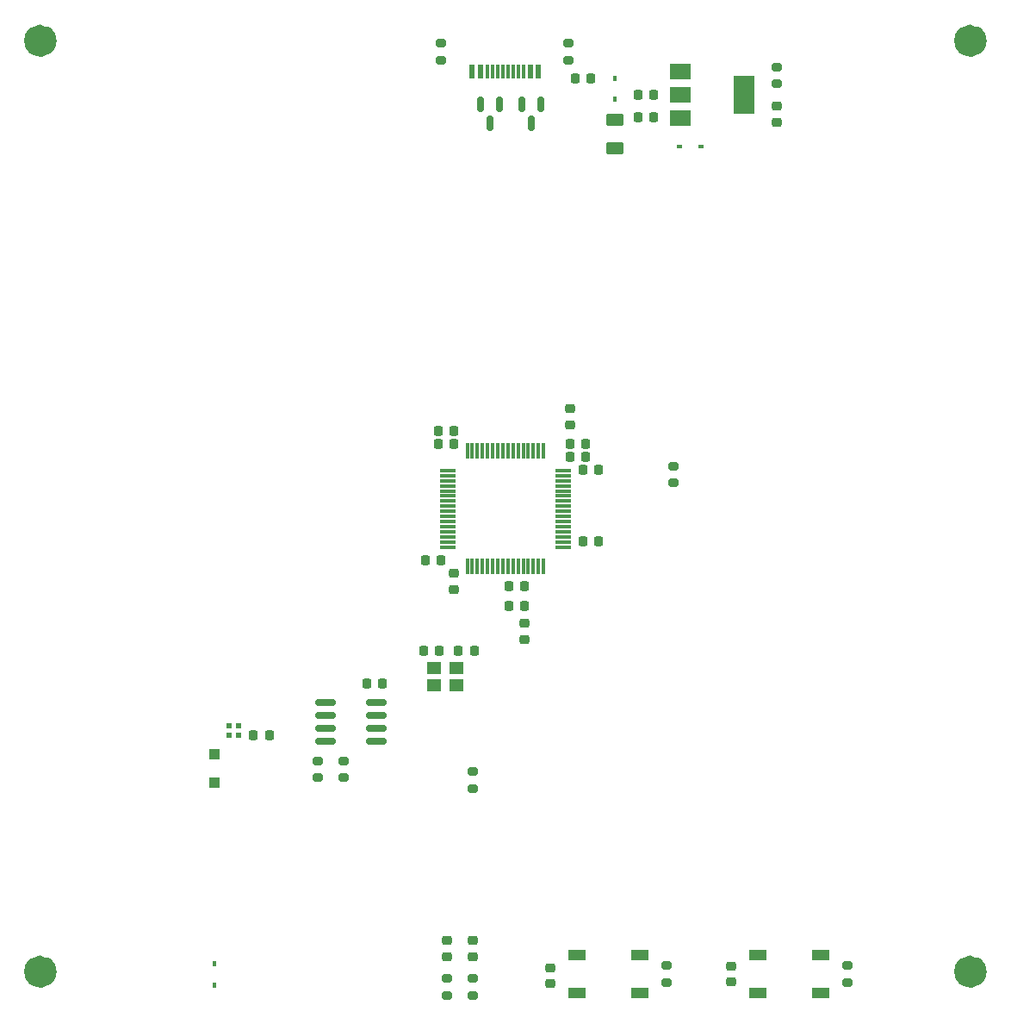
<source format=gbr>
%TF.GenerationSoftware,KiCad,Pcbnew,(6.0.5)*%
%TF.CreationDate,2022-08-30T13:23:16+01:00*%
%TF.ProjectId,STM32F405RGT6,53544d33-3246-4343-9035-524754362e6b,V22.08.0.1*%
%TF.SameCoordinates,PX544f408PY51135f0*%
%TF.FileFunction,Paste,Top*%
%TF.FilePolarity,Positive*%
%FSLAX46Y46*%
G04 Gerber Fmt 4.6, Leading zero omitted, Abs format (unit mm)*
G04 Created by KiCad (PCBNEW (6.0.5)) date 2022-08-30 13:23:16*
%MOMM*%
%LPD*%
G01*
G04 APERTURE LIST*
G04 Aperture macros list*
%AMRoundRect*
0 Rectangle with rounded corners*
0 $1 Rounding radius*
0 $2 $3 $4 $5 $6 $7 $8 $9 X,Y pos of 4 corners*
0 Add a 4 corners polygon primitive as box body*
4,1,4,$2,$3,$4,$5,$6,$7,$8,$9,$2,$3,0*
0 Add four circle primitives for the rounded corners*
1,1,$1+$1,$2,$3*
1,1,$1+$1,$4,$5*
1,1,$1+$1,$6,$7*
1,1,$1+$1,$8,$9*
0 Add four rect primitives between the rounded corners*
20,1,$1+$1,$2,$3,$4,$5,0*
20,1,$1+$1,$4,$5,$6,$7,0*
20,1,$1+$1,$6,$7,$8,$9,0*
20,1,$1+$1,$8,$9,$2,$3,0*%
G04 Aperture macros list end*
%ADD10C,1.600500*%
%ADD11RoundRect,0.027500X0.247500X-0.247500X0.247500X0.247500X-0.247500X0.247500X-0.247500X-0.247500X0*%
%ADD12RoundRect,0.225000X0.225000X0.250000X-0.225000X0.250000X-0.225000X-0.250000X0.225000X-0.250000X0*%
%ADD13RoundRect,0.218750X0.256250X-0.218750X0.256250X0.218750X-0.256250X0.218750X-0.256250X-0.218750X0*%
%ADD14RoundRect,0.225000X-0.225000X-0.250000X0.225000X-0.250000X0.225000X0.250000X-0.225000X0.250000X0*%
%ADD15RoundRect,0.250000X0.625000X-0.375000X0.625000X0.375000X-0.625000X0.375000X-0.625000X-0.375000X0*%
%ADD16R,1.800000X1.100000*%
%ADD17R,0.450000X0.600000*%
%ADD18RoundRect,0.225000X0.250000X-0.225000X0.250000X0.225000X-0.250000X0.225000X-0.250000X-0.225000X0*%
%ADD19RoundRect,0.150000X-0.825000X-0.150000X0.825000X-0.150000X0.825000X0.150000X-0.825000X0.150000X0*%
%ADD20RoundRect,0.200000X-0.275000X0.200000X-0.275000X-0.200000X0.275000X-0.200000X0.275000X0.200000X0*%
%ADD21R,0.600000X0.450000*%
%ADD22RoundRect,0.200000X0.275000X-0.200000X0.275000X0.200000X-0.275000X0.200000X-0.275000X-0.200000X0*%
%ADD23RoundRect,0.218750X-0.256250X0.218750X-0.256250X-0.218750X0.256250X-0.218750X0.256250X0.218750X0*%
%ADD24R,1.100000X1.100000*%
%ADD25RoundRect,0.218750X0.218750X0.256250X-0.218750X0.256250X-0.218750X-0.256250X0.218750X-0.256250X0*%
%ADD26RoundRect,0.150000X-0.150000X0.587500X-0.150000X-0.587500X0.150000X-0.587500X0.150000X0.587500X0*%
%ADD27R,1.400000X1.200000*%
%ADD28R,0.600000X1.450000*%
%ADD29R,0.300000X1.450000*%
%ADD30R,2.000000X1.500000*%
%ADD31R,2.000000X3.800000*%
%ADD32RoundRect,0.225000X-0.250000X0.225000X-0.250000X-0.225000X0.250000X-0.225000X0.250000X0.225000X0*%
%ADD33RoundRect,0.075000X0.075000X-0.700000X0.075000X0.700000X-0.075000X0.700000X-0.075000X-0.700000X0*%
%ADD34RoundRect,0.075000X0.700000X-0.075000X0.700000X0.075000X-0.700000X0.075000X-0.700000X-0.075000X0*%
G04 APERTURE END LIST*
D10*
X-44919750Y-45466000D02*
G75*
G03*
X-44919750Y-45466000I-800250J0D01*
G01*
X46520250Y45974000D02*
G75*
G03*
X46520250Y45974000I-800250J0D01*
G01*
X46520250Y-45466000D02*
G75*
G03*
X46520250Y-45466000I-800250J0D01*
G01*
X-44919750Y45974000D02*
G75*
G03*
X-44919750Y45974000I-800250J0D01*
G01*
D11*
%TO.C,D2*%
X-27145000Y-22225000D03*
X-26195000Y-22225000D03*
X-26195000Y-21275000D03*
X-27145000Y-21275000D03*
%TD*%
D12*
%TO.C,C1*%
X-12065000Y-17145000D03*
X-13615000Y-17145000D03*
%TD*%
D13*
%TO.C,D4*%
X-5715000Y-43967500D03*
X-5715000Y-42392500D03*
%TD*%
D14*
%TO.C,C6*%
X7620000Y-3175000D03*
X9170000Y-3175000D03*
%TD*%
D15*
%TO.C,F1*%
X10795000Y35430000D03*
X10795000Y38230000D03*
%TD*%
D16*
%TO.C,SW1*%
X13260000Y-43870000D03*
X7060000Y-43870000D03*
X7060000Y-47570000D03*
X13260000Y-47570000D03*
%TD*%
D17*
%TO.C,D7*%
X-28575000Y-44670000D03*
X-28575000Y-46770000D03*
%TD*%
D18*
%TO.C,C3*%
X22225000Y-46495000D03*
X22225000Y-44945000D03*
%TD*%
D12*
%TO.C,C13*%
X-5080000Y7620000D03*
X-6630000Y7620000D03*
%TD*%
D14*
%TO.C,C5*%
X-8070000Y-13970000D03*
X-6520000Y-13970000D03*
%TD*%
D13*
%TO.C,D6*%
X-3175000Y-43967500D03*
X-3175000Y-42392500D03*
%TD*%
D19*
%TO.C,U1*%
X-17650000Y-19050000D03*
X-17650000Y-20320000D03*
X-17650000Y-21590000D03*
X-17650000Y-22860000D03*
X-12700000Y-22860000D03*
X-12700000Y-21590000D03*
X-12700000Y-20320000D03*
X-12700000Y-19050000D03*
%TD*%
D20*
%TO.C,R6*%
X-5715000Y-46165000D03*
X-5715000Y-47815000D03*
%TD*%
D21*
%TO.C,D3*%
X17145000Y35560000D03*
X19245000Y35560000D03*
%TD*%
D22*
%TO.C,R4*%
X-18415000Y-26415000D03*
X-18415000Y-24765000D03*
%TD*%
%TO.C,R7*%
X26670000Y41720000D03*
X26670000Y43370000D03*
%TD*%
D12*
%TO.C,C18*%
X1905000Y-9525000D03*
X355000Y-9525000D03*
%TD*%
D23*
%TO.C,FB2*%
X1905000Y-11277500D03*
X1905000Y-12852500D03*
%TD*%
%TO.C,FB1*%
X6350000Y9830000D03*
X6350000Y8255000D03*
%TD*%
D22*
%TO.C,R5*%
X-15875000Y-26415000D03*
X-15875000Y-24765000D03*
%TD*%
D23*
%TO.C,D5*%
X26670000Y39522500D03*
X26670000Y37947500D03*
%TD*%
D24*
%TO.C,D1*%
X-28575000Y-24130000D03*
X-28575000Y-26930000D03*
%TD*%
D12*
%TO.C,C16*%
X14605000Y40640000D03*
X13055000Y40640000D03*
%TD*%
D22*
%TO.C,R11*%
X-6350000Y44070000D03*
X-6350000Y45720000D03*
%TD*%
D25*
%TO.C,FB3*%
X8407500Y42310000D03*
X6832500Y42310000D03*
%TD*%
D12*
%TO.C,C9*%
X-6350000Y-5080000D03*
X-7900000Y-5080000D03*
%TD*%
D14*
%TO.C,C10*%
X7620000Y3810000D03*
X9170000Y3810000D03*
%TD*%
D26*
%TO.C,D9*%
X-574000Y39721000D03*
X-2474000Y39721000D03*
X-1524000Y37846000D03*
%TD*%
D20*
%TO.C,R8*%
X-3175000Y-46165000D03*
X-3175000Y-47815000D03*
%TD*%
D16*
%TO.C,SW2*%
X24840000Y-43870000D03*
X31040000Y-43870000D03*
X24840000Y-47570000D03*
X31040000Y-47570000D03*
%TD*%
D14*
%TO.C,C4*%
X6350000Y6350000D03*
X7900000Y6350000D03*
%TD*%
%TO.C,C14*%
X6350000Y5080000D03*
X7900000Y5080000D03*
%TD*%
%TO.C,C7*%
X-4615000Y-13970000D03*
X-3065000Y-13970000D03*
%TD*%
D20*
%TO.C,R3*%
X33655000Y-44895000D03*
X33655000Y-46545000D03*
%TD*%
D12*
%TO.C,C17*%
X1905000Y-7620000D03*
X355000Y-7620000D03*
%TD*%
D14*
%TO.C,C8*%
X-24765000Y-22225000D03*
X-23215000Y-22225000D03*
%TD*%
D27*
%TO.C,Y1*%
X-6985000Y-17360000D03*
X-4785000Y-17360000D03*
X-4785000Y-15660000D03*
X-6985000Y-15660000D03*
%TD*%
D20*
%TO.C,R2*%
X15875000Y-44895000D03*
X15875000Y-46545000D03*
%TD*%
D28*
%TO.C,J2*%
X3250000Y42945000D03*
X2450000Y42945000D03*
D29*
X1250000Y42945000D03*
X250000Y42945000D03*
X-250000Y42945000D03*
X-1250000Y42945000D03*
D28*
X-2450000Y42945000D03*
X-3250000Y42945000D03*
X-3250000Y42945000D03*
X-2450000Y42945000D03*
D29*
X-1750000Y42945000D03*
X-750000Y42945000D03*
X750000Y42945000D03*
X1750000Y42945000D03*
D28*
X2450000Y42945000D03*
X3250000Y42945000D03*
%TD*%
D30*
%TO.C,U2*%
X17170000Y42940000D03*
X17170000Y40640000D03*
D31*
X23470000Y40640000D03*
D30*
X17170000Y38340000D03*
%TD*%
D32*
%TO.C,C15*%
X-5080000Y-6350000D03*
X-5080000Y-7900000D03*
%TD*%
D22*
%TO.C,R10*%
X6160000Y44070000D03*
X6160000Y45720000D03*
%TD*%
D18*
%TO.C,C2*%
X4445000Y-46635000D03*
X4445000Y-45085000D03*
%TD*%
D12*
%TO.C,C12*%
X14605000Y38500000D03*
X13055000Y38500000D03*
%TD*%
D33*
%TO.C,U3*%
X-3750000Y-5675000D03*
X-3250000Y-5675000D03*
X-2750000Y-5675000D03*
X-2250000Y-5675000D03*
X-1750000Y-5675000D03*
X-1250000Y-5675000D03*
X-750000Y-5675000D03*
X-250000Y-5675000D03*
X250000Y-5675000D03*
X750000Y-5675000D03*
X1250000Y-5675000D03*
X1750000Y-5675000D03*
X2250000Y-5675000D03*
X2750000Y-5675000D03*
X3250000Y-5675000D03*
X3750000Y-5675000D03*
D34*
X5675000Y-3750000D03*
X5675000Y-3250000D03*
X5675000Y-2750000D03*
X5675000Y-2250000D03*
X5675000Y-1750000D03*
X5675000Y-1250000D03*
X5675000Y-750000D03*
X5675000Y-250000D03*
X5675000Y250000D03*
X5675000Y750000D03*
X5675000Y1250000D03*
X5675000Y1750000D03*
X5675000Y2250000D03*
X5675000Y2750000D03*
X5675000Y3250000D03*
X5675000Y3750000D03*
D33*
X3750000Y5675000D03*
X3250000Y5675000D03*
X2750000Y5675000D03*
X2250000Y5675000D03*
X1750000Y5675000D03*
X1250000Y5675000D03*
X750000Y5675000D03*
X250000Y5675000D03*
X-250000Y5675000D03*
X-750000Y5675000D03*
X-1250000Y5675000D03*
X-1750000Y5675000D03*
X-2250000Y5675000D03*
X-2750000Y5675000D03*
X-3250000Y5675000D03*
X-3750000Y5675000D03*
D34*
X-5675000Y3750000D03*
X-5675000Y3250000D03*
X-5675000Y2750000D03*
X-5675000Y2250000D03*
X-5675000Y1750000D03*
X-5675000Y1250000D03*
X-5675000Y750000D03*
X-5675000Y250000D03*
X-5675000Y-250000D03*
X-5675000Y-750000D03*
X-5675000Y-1250000D03*
X-5675000Y-1750000D03*
X-5675000Y-2250000D03*
X-5675000Y-2750000D03*
X-5675000Y-3250000D03*
X-5675000Y-3750000D03*
%TD*%
D26*
%TO.C,D10*%
X3490000Y39721000D03*
X1590000Y39721000D03*
X2540000Y37846000D03*
%TD*%
D22*
%TO.C,R9*%
X16510000Y2540000D03*
X16510000Y4190000D03*
%TD*%
D12*
%TO.C,C11*%
X-5080000Y6350000D03*
X-6630000Y6350000D03*
%TD*%
D17*
%TO.C,D8*%
X10795000Y40210000D03*
X10795000Y42310000D03*
%TD*%
D22*
%TO.C,R1*%
X-3175000Y-27495000D03*
X-3175000Y-25845000D03*
%TD*%
M02*

</source>
